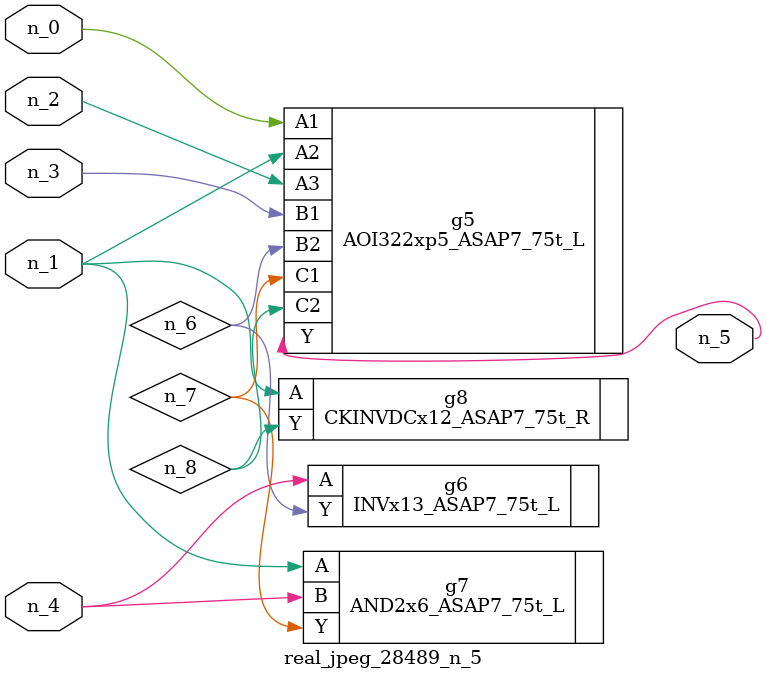
<source format=v>
module real_jpeg_28489_n_5 (n_4, n_0, n_1, n_2, n_3, n_5);

input n_4;
input n_0;
input n_1;
input n_2;
input n_3;

output n_5;

wire n_8;
wire n_6;
wire n_7;

AOI322xp5_ASAP7_75t_L g5 ( 
.A1(n_0),
.A2(n_1),
.A3(n_2),
.B1(n_3),
.B2(n_6),
.C1(n_7),
.C2(n_8),
.Y(n_5)
);

AND2x6_ASAP7_75t_L g7 ( 
.A(n_1),
.B(n_4),
.Y(n_7)
);

CKINVDCx12_ASAP7_75t_R g8 ( 
.A(n_1),
.Y(n_8)
);

INVx13_ASAP7_75t_L g6 ( 
.A(n_4),
.Y(n_6)
);


endmodule
</source>
